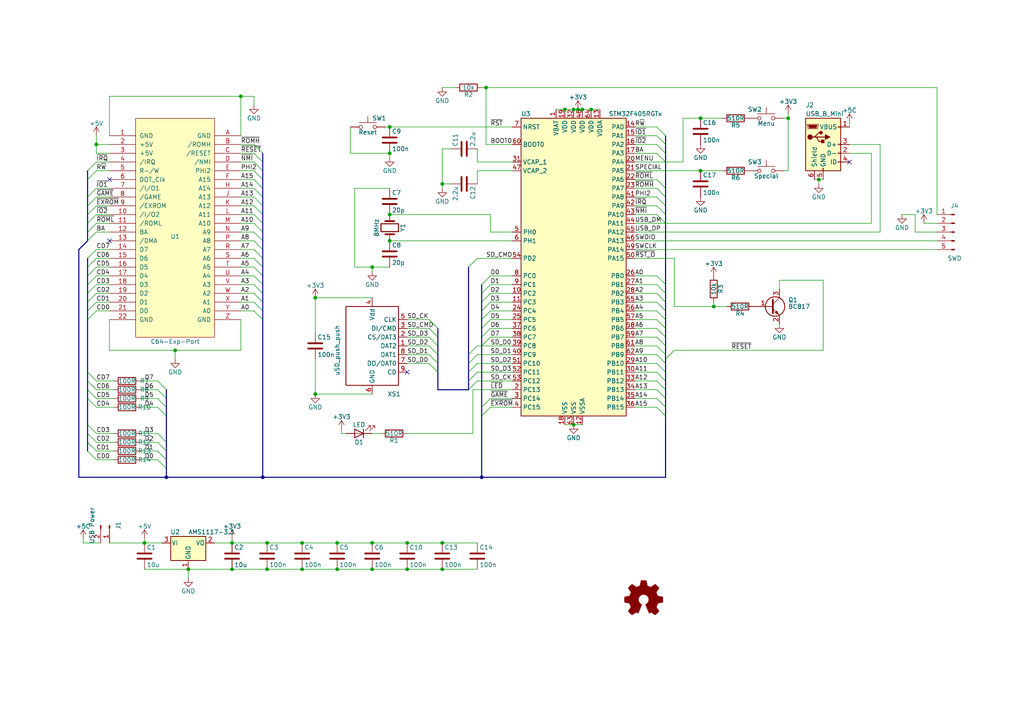
<source format=kicad_sch>
(kicad_sch (version 20211123) (generator eeschema)
  (paper "A4")
  (title_block (title "Kung Fu Flash") (date "2022-01-07") (rev "2.1") (company "open hardware"))
  (junction (at 228.6 34.29))
  (junction (at 27.94 41.91))
  (junction (at 168.91 31.75))
  (junction (at 41.91 157.48))
  (junction (at 91.44 86.36))
  (junction (at 67.31 157.48))
  (junction (at 171.45 31.75))
  (junction (at 50.8 101.6))
  (junction (at 87.63 157.48))
  (junction (at 97.79 165.1))
  (junction (at 107.95 77.47))
  (junction (at 203.2 34.29))
  (junction (at 69.85 27.94))
  (junction (at 77.47 165.1))
  (junction (at 113.03 44.45))
  (junction (at 207.01 88.9))
  (junction (at 166.37 31.75))
  (junction (at 167.64 31.75))
  (junction (at 128.27 165.1))
  (junction (at 140.97 25.4))
  (junction (at 54.61 165.1))
  (junction (at 113.03 69.85))
  (junction (at 237.49 52.07))
  (junction (at 128.27 157.48))
  (junction (at 128.27 53.34))
  (junction (at 113.03 62.23))
  (junction (at 163.83 31.75))
  (junction (at 139.7 138.43))
  (junction (at 91.44 114.3))
  (junction (at 97.79 157.48))
  (junction (at 107.95 165.1))
  (junction (at 77.47 157.48))
  (junction (at 203.2 49.53))
  (junction (at 67.31 165.1))
  (junction (at 87.63 165.1))
  (junction (at 76.2 138.43))
  (junction (at 118.11 165.1))
  (junction (at 107.95 157.48))
  (junction (at 166.37 123.19))
  (junction (at 113.03 36.83))
  (junction (at 118.11 157.48))
  (junction (at 48.26 138.43))
  (no_connect (at 31.75 52.07))
  (no_connect (at 118.11 107.95))
  (no_connect (at 31.75 69.85))
  (no_connect (at 246.38 46.99))
  (bus_entry (at 25.4 80.01) (size 2.54 -2.54))
  (bus_entry (at 73.66 46.99) (size 2.54 2.54))
  (bus_entry (at 73.66 72.39) (size 2.54 2.54))
  (bus_entry (at 73.66 44.45) (size 2.54 2.54))
  (bus_entry (at 45.72 115.57) (size 2.54 2.54))
  (bus_entry (at 190.5 36.83) (size 2.54 2.54))
  (bus_entry (at 135.89 105.41) (size 2.54 -2.54))
  (bus_entry (at 190.5 85.09) (size 2.54 2.54))
  (bus_entry (at 45.72 113.03) (size 2.54 2.54))
  (bus_entry (at 190.5 59.69) (size 2.54 2.54))
  (bus_entry (at 193.04 104.14) (size 2.54 -2.54))
  (bus_entry (at 25.4 113.03) (size 2.54 2.54))
  (bus_entry (at 73.66 62.23) (size 2.54 2.54))
  (bus_entry (at 190.5 90.17) (size 2.54 2.54))
  (bus_entry (at 25.4 85.09) (size 2.54 -2.54))
  (bus_entry (at 190.5 115.57) (size 2.54 2.54))
  (bus_entry (at 73.66 52.07) (size 2.54 2.54))
  (bus_entry (at 25.4 74.93) (size 2.54 -2.54))
  (bus_entry (at 190.5 97.79) (size 2.54 2.54))
  (bus_entry (at 139.7 82.55) (size 2.54 -2.54))
  (bus_entry (at 190.5 41.91) (size 2.54 2.54))
  (bus_entry (at 190.5 118.11) (size 2.54 2.54))
  (bus_entry (at 139.7 100.33) (size 2.54 -2.54))
  (bus_entry (at 190.5 113.03) (size 2.54 2.54))
  (bus_entry (at 25.4 49.53) (size 2.54 -2.54))
  (bus_entry (at 190.5 82.55) (size 2.54 2.54))
  (bus_entry (at 190.5 105.41) (size 2.54 2.54))
  (bus_entry (at 45.72 110.49) (size 2.54 2.54))
  (bus_entry (at 124.46 100.33) (size 2.54 2.54))
  (bus_entry (at 135.89 110.49) (size 2.54 -2.54))
  (bus_entry (at 25.4 110.49) (size 2.54 2.54))
  (bus_entry (at 25.4 123.19) (size 2.54 2.54))
  (bus_entry (at 73.66 82.55) (size 2.54 2.54))
  (bus_entry (at 73.66 85.09) (size 2.54 2.54))
  (bus_entry (at 73.66 67.31) (size 2.54 2.54))
  (bus_entry (at 25.4 90.17) (size 2.54 -2.54))
  (bus_entry (at 73.66 74.93) (size 2.54 2.54))
  (bus_entry (at 190.5 54.61) (size 2.54 2.54))
  (bus_entry (at 25.4 92.71) (size 2.54 -2.54))
  (bus_entry (at 190.5 62.23) (size 2.54 2.54))
  (bus_entry (at 45.72 130.81) (size 2.54 2.54))
  (bus_entry (at 190.5 92.71) (size 2.54 2.54))
  (bus_entry (at 124.46 97.79) (size 2.54 2.54))
  (bus_entry (at 25.4 57.15) (size 2.54 -2.54))
  (bus_entry (at 139.7 92.71) (size 2.54 -2.54))
  (bus_entry (at 73.66 90.17) (size 2.54 2.54))
  (bus_entry (at 139.7 85.09) (size 2.54 -2.54))
  (bus_entry (at 25.4 77.47) (size 2.54 -2.54))
  (bus_entry (at 190.5 110.49) (size 2.54 2.54))
  (bus_entry (at 124.46 105.41) (size 2.54 2.54))
  (bus_entry (at 135.89 113.03) (size 2.54 -2.54))
  (bus_entry (at 190.5 95.25) (size 2.54 2.54))
  (bus_entry (at 190.5 57.15) (size 2.54 2.54))
  (bus_entry (at 45.72 118.11) (size 2.54 2.54))
  (bus_entry (at 190.5 80.01) (size 2.54 2.54))
  (bus_entry (at 73.66 77.47) (size 2.54 2.54))
  (bus_entry (at 139.7 97.79) (size 2.54 -2.54))
  (bus_entry (at 25.4 52.07) (size 2.54 -2.54))
  (bus_entry (at 190.5 100.33) (size 2.54 2.54))
  (bus_entry (at 25.4 115.57) (size 2.54 2.54))
  (bus_entry (at 25.4 130.81) (size 2.54 2.54))
  (bus_entry (at 124.46 102.87) (size 2.54 2.54))
  (bus_entry (at 73.66 59.69) (size 2.54 2.54))
  (bus_entry (at 25.4 59.69) (size 2.54 -2.54))
  (bus_entry (at 25.4 107.95) (size 2.54 2.54))
  (bus_entry (at 25.4 67.31) (size 2.54 -2.54))
  (bus_entry (at 25.4 69.85) (size 2.54 -2.54))
  (bus_entry (at 73.66 54.61) (size 2.54 2.54))
  (bus_entry (at 73.66 57.15) (size 2.54 2.54))
  (bus_entry (at 190.5 107.95) (size 2.54 2.54))
  (bus_entry (at 139.7 118.11) (size 2.54 -2.54))
  (bus_entry (at 25.4 82.55) (size 2.54 -2.54))
  (bus_entry (at 135.89 107.95) (size 2.54 -2.54))
  (bus_entry (at 190.5 39.37) (size 2.54 2.54))
  (bus_entry (at 73.66 87.63) (size 2.54 2.54))
  (bus_entry (at 73.66 49.53) (size 2.54 2.54))
  (bus_entry (at 190.5 102.87) (size 2.54 2.54))
  (bus_entry (at 190.5 44.45) (size 2.54 2.54))
  (bus_entry (at 73.66 41.91) (size 2.54 2.54))
  (bus_entry (at 25.4 125.73) (size 2.54 2.54))
  (bus_entry (at 45.72 125.73) (size 2.54 2.54))
  (bus_entry (at 190.5 52.07) (size 2.54 2.54))
  (bus_entry (at 45.72 128.27) (size 2.54 2.54))
  (bus_entry (at 45.72 133.35) (size 2.54 2.54))
  (bus_entry (at 135.89 102.87) (size 2.54 -2.54))
  (bus_entry (at 25.4 87.63) (size 2.54 -2.54))
  (bus_entry (at 73.66 80.01) (size 2.54 2.54))
  (bus_entry (at 25.4 62.23) (size 2.54 -2.54))
  (bus_entry (at 124.46 92.71) (size 2.54 2.54))
  (bus_entry (at 139.7 87.63) (size 2.54 -2.54))
  (bus_entry (at 135.89 77.47) (size 2.54 -2.54))
  (bus_entry (at 25.4 64.77) (size 2.54 -2.54))
  (bus_entry (at 124.46 95.25) (size 2.54 2.54))
  (bus_entry (at 73.66 69.85) (size 2.54 2.54))
  (bus_entry (at 73.66 64.77) (size 2.54 2.54))
  (bus_entry (at 190.5 87.63) (size 2.54 2.54))
  (bus_entry (at 25.4 128.27) (size 2.54 2.54))
  (bus_entry (at 139.7 95.25) (size 2.54 -2.54))
  (bus_entry (at 139.7 120.65) (size 2.54 -2.54))
  (bus_entry (at 139.7 90.17) (size 2.54 -2.54))
  (bus (pts (xy 25.4 49.53) (xy 25.4 52.07)))
  (wire (pts (xy 184.15 100.33) (xy 190.5 100.33)))
  (wire (pts (xy 69.85 57.15) (xy 73.66 57.15)))
  (bus (pts (xy 76.2 57.15) (xy 76.2 59.69)))
  (wire (pts (xy 195.58 74.93) (xy 195.58 88.9)))
  (wire (pts (xy 77.47 165.1) (xy 87.63 165.1)))
  (wire (pts (xy 27.94 90.17) (xy 31.75 90.17)))
  (wire (pts (xy 195.58 101.6) (xy 238.76 101.6)))
  (wire (pts (xy 184.15 92.71) (xy 190.5 92.71)))
  (wire (pts (xy 138.43 46.99) (xy 148.59 46.99)))
  (bus (pts (xy 25.4 128.27) (xy 25.4 130.81)))
  (bus (pts (xy 193.04 100.33) (xy 193.04 102.87)))
  (wire (pts (xy 67.31 165.1) (xy 77.47 165.1)))
  (wire (pts (xy 124.46 95.25) (xy 118.11 95.25)))
  (bus (pts (xy 193.04 107.95) (xy 193.04 110.49)))
  (wire (pts (xy 148.59 113.03) (xy 137.16 113.03)))
  (wire (pts (xy 27.94 46.99) (xy 31.75 46.99)))
  (wire (pts (xy 142.24 82.55) (xy 148.59 82.55)))
  (wire (pts (xy 261.62 62.23) (xy 265.43 62.23)))
  (wire (pts (xy 27.94 62.23) (xy 31.75 62.23)))
  (wire (pts (xy 101.6 44.45) (xy 113.03 44.45)))
  (wire (pts (xy 184.15 113.03) (xy 190.5 113.03)))
  (wire (pts (xy 50.8 104.14) (xy 50.8 101.6)))
  (bus (pts (xy 139.7 82.55) (xy 139.7 85.09)))
  (wire (pts (xy 166.37 123.19) (xy 168.91 123.19)))
  (wire (pts (xy 142.24 80.01) (xy 148.59 80.01)))
  (bus (pts (xy 76.2 80.01) (xy 76.2 82.55)))
  (wire (pts (xy 142.24 95.25) (xy 148.59 95.25)))
  (wire (pts (xy 73.66 49.53) (xy 69.85 49.53)))
  (wire (pts (xy 101.6 36.83) (xy 101.6 44.45)))
  (wire (pts (xy 31.75 44.45) (xy 27.94 44.45)))
  (wire (pts (xy 31.75 101.6) (xy 50.8 101.6)))
  (bus (pts (xy 48.26 130.81) (xy 48.26 133.35)))
  (bus (pts (xy 25.4 115.57) (xy 25.4 123.19)))
  (wire (pts (xy 173.99 31.75) (xy 171.45 31.75)))
  (bus (pts (xy 193.04 92.71) (xy 193.04 95.25)))
  (bus (pts (xy 139.7 97.79) (xy 139.7 100.33)))
  (wire (pts (xy 184.15 95.25) (xy 190.5 95.25)))
  (wire (pts (xy 27.94 118.11) (xy 33.02 118.11)))
  (wire (pts (xy 27.94 64.77) (xy 31.75 64.77)))
  (wire (pts (xy 40.64 130.81) (xy 45.72 130.81)))
  (wire (pts (xy 184.15 64.77) (xy 193.04 64.77)))
  (wire (pts (xy 184.15 74.93) (xy 195.58 74.93)))
  (bus (pts (xy 139.7 120.65) (xy 139.7 138.43)))
  (wire (pts (xy 27.94 72.39) (xy 31.75 72.39)))
  (wire (pts (xy 69.85 46.99) (xy 73.66 46.99)))
  (bus (pts (xy 48.26 135.89) (xy 48.26 138.43)))
  (wire (pts (xy 69.85 27.94) (xy 69.85 39.37)))
  (bus (pts (xy 25.4 74.93) (xy 25.4 77.47)))
  (wire (pts (xy 118.11 157.48) (xy 107.95 157.48)))
  (wire (pts (xy 54.61 165.1) (xy 67.31 165.1)))
  (bus (pts (xy 25.4 82.55) (xy 25.4 85.09)))
  (bus (pts (xy 193.04 110.49) (xy 193.04 113.03)))
  (wire (pts (xy 40.64 115.57) (xy 45.72 115.57)))
  (wire (pts (xy 107.95 77.47) (xy 107.95 78.74)))
  (wire (pts (xy 107.95 86.36) (xy 91.44 86.36)))
  (bus (pts (xy 76.2 44.45) (xy 76.2 46.99)))
  (wire (pts (xy 113.03 69.85) (xy 148.59 69.85)))
  (wire (pts (xy 228.6 34.29) (xy 228.6 49.53)))
  (wire (pts (xy 184.15 110.49) (xy 190.5 110.49)))
  (wire (pts (xy 184.15 87.63) (xy 190.5 87.63)))
  (wire (pts (xy 73.66 90.17) (xy 69.85 90.17)))
  (bus (pts (xy 48.26 115.57) (xy 48.26 118.11)))
  (wire (pts (xy 139.7 100.33) (xy 148.59 100.33)))
  (bus (pts (xy 193.04 59.69) (xy 193.04 62.23)))
  (bus (pts (xy 193.04 82.55) (xy 193.04 85.09)))
  (wire (pts (xy 207.01 87.63) (xy 207.01 88.9)))
  (bus (pts (xy 193.04 44.45) (xy 193.04 46.99)))
  (wire (pts (xy 87.63 165.1) (xy 97.79 165.1)))
  (bus (pts (xy 48.26 133.35) (xy 48.26 135.89)))
  (wire (pts (xy 128.27 43.18) (xy 128.27 53.34)))
  (bus (pts (xy 25.4 59.69) (xy 25.4 62.23)))
  (bus (pts (xy 76.2 49.53) (xy 76.2 52.07)))
  (bus (pts (xy 193.04 115.57) (xy 193.04 118.11)))
  (wire (pts (xy 140.97 41.91) (xy 140.97 25.4)))
  (bus (pts (xy 25.4 80.01) (xy 25.4 82.55)))
  (bus (pts (xy 48.26 138.43) (xy 76.2 138.43)))
  (wire (pts (xy 148.59 49.53) (xy 138.43 49.53)))
  (wire (pts (xy 142.24 90.17) (xy 148.59 90.17)))
  (wire (pts (xy 46.99 157.48) (xy 41.91 157.48)))
  (wire (pts (xy 69.85 62.23) (xy 73.66 62.23)))
  (wire (pts (xy 142.24 67.31) (xy 148.59 67.31)))
  (wire (pts (xy 69.85 52.07) (xy 73.66 52.07)))
  (wire (pts (xy 184.15 46.99) (xy 193.04 46.99)))
  (bus (pts (xy 25.4 123.19) (xy 25.4 125.73)))
  (bus (pts (xy 127 102.87) (xy 127 105.41)))
  (wire (pts (xy 193.04 46.99) (xy 198.12 46.99)))
  (wire (pts (xy 184.15 39.37) (xy 190.5 39.37)))
  (wire (pts (xy 97.79 165.1) (xy 107.95 165.1)))
  (bus (pts (xy 139.7 92.71) (xy 139.7 95.25)))
  (wire (pts (xy 142.24 115.57) (xy 148.59 115.57)))
  (bus (pts (xy 193.04 57.15) (xy 193.04 59.69)))
  (bus (pts (xy 193.04 39.37) (xy 193.04 41.91)))
  (wire (pts (xy 118.11 125.73) (xy 137.16 125.73)))
  (bus (pts (xy 25.4 90.17) (xy 25.4 92.71)))
  (wire (pts (xy 111.76 36.83) (xy 113.03 36.83)))
  (bus (pts (xy 76.2 72.39) (xy 76.2 74.93)))
  (wire (pts (xy 118.11 165.1) (xy 128.27 165.1)))
  (bus (pts (xy 193.04 120.65) (xy 193.04 138.43)))
  (wire (pts (xy 184.15 82.55) (xy 190.5 82.55)))
  (bus (pts (xy 48.26 128.27) (xy 48.26 130.81)))
  (bus (pts (xy 135.89 113.03) (xy 127 113.03)))
  (wire (pts (xy 128.27 157.48) (xy 118.11 157.48)))
  (wire (pts (xy 138.43 100.33) (xy 139.7 100.33)))
  (wire (pts (xy 102.87 54.61) (xy 102.87 77.47)))
  (wire (pts (xy 27.94 54.61) (xy 31.75 54.61)))
  (wire (pts (xy 102.87 77.47) (xy 107.95 77.47)))
  (wire (pts (xy 27.94 67.31) (xy 31.75 67.31)))
  (wire (pts (xy 203.2 49.53) (xy 209.55 49.53)))
  (wire (pts (xy 40.64 125.73) (xy 45.72 125.73)))
  (bus (pts (xy 25.4 62.23) (xy 25.4 64.77)))
  (wire (pts (xy 73.66 44.45) (xy 69.85 44.45)))
  (wire (pts (xy 255.27 41.91) (xy 255.27 67.31)))
  (wire (pts (xy 27.94 39.37) (xy 27.94 41.91)))
  (wire (pts (xy 27.94 133.35) (xy 33.02 133.35)))
  (bus (pts (xy 139.7 100.33) (xy 139.7 118.11)))
  (wire (pts (xy 237.49 52.07) (xy 238.76 52.07)))
  (bus (pts (xy 193.04 64.77) (xy 193.04 82.55)))
  (wire (pts (xy 40.64 133.35) (xy 45.72 133.35)))
  (bus (pts (xy 76.2 85.09) (xy 76.2 87.63)))
  (wire (pts (xy 184.15 54.61) (xy 190.5 54.61)))
  (wire (pts (xy 184.15 80.01) (xy 190.5 80.01)))
  (wire (pts (xy 27.94 113.03) (xy 33.02 113.03)))
  (wire (pts (xy 142.24 62.23) (xy 142.24 67.31)))
  (wire (pts (xy 27.94 41.91) (xy 31.75 41.91)))
  (wire (pts (xy 73.66 27.94) (xy 73.66 30.48)))
  (bus (pts (xy 25.4 57.15) (xy 25.4 59.69)))
  (wire (pts (xy 184.15 102.87) (xy 190.5 102.87)))
  (wire (pts (xy 27.94 110.49) (xy 33.02 110.49)))
  (wire (pts (xy 163.83 123.19) (xy 166.37 123.19)))
  (wire (pts (xy 31.75 92.71) (xy 31.75 101.6)))
  (bus (pts (xy 25.4 87.63) (xy 25.4 90.17)))
  (wire (pts (xy 73.66 69.85) (xy 69.85 69.85)))
  (bus (pts (xy 127 107.95) (xy 127 113.03)))
  (wire (pts (xy 184.15 57.15) (xy 190.5 57.15)))
  (wire (pts (xy 142.24 97.79) (xy 148.59 97.79)))
  (wire (pts (xy 184.15 115.57) (xy 190.5 115.57)))
  (wire (pts (xy 184.15 44.45) (xy 190.5 44.45)))
  (wire (pts (xy 73.66 74.93) (xy 69.85 74.93)))
  (wire (pts (xy 73.66 27.94) (xy 69.85 27.94)))
  (wire (pts (xy 246.38 36.83) (xy 246.38 35.56)))
  (wire (pts (xy 27.94 49.53) (xy 31.75 49.53)))
  (bus (pts (xy 76.2 54.61) (xy 76.2 57.15)))
  (wire (pts (xy 138.43 107.95) (xy 148.59 107.95)))
  (wire (pts (xy 27.94 74.93) (xy 31.75 74.93)))
  (wire (pts (xy 73.66 59.69) (xy 69.85 59.69)))
  (wire (pts (xy 128.27 53.34) (xy 130.81 53.34)))
  (wire (pts (xy 118.11 102.87) (xy 124.46 102.87)))
  (wire (pts (xy 207.01 88.9) (xy 210.82 88.9)))
  (wire (pts (xy 198.12 34.29) (xy 203.2 34.29)))
  (wire (pts (xy 41.91 165.1) (xy 54.61 165.1)))
  (wire (pts (xy 118.11 97.79) (xy 124.46 97.79)))
  (wire (pts (xy 184.15 72.39) (xy 271.78 72.39)))
  (bus (pts (xy 25.4 52.07) (xy 25.4 57.15)))
  (wire (pts (xy 184.15 105.41) (xy 190.5 105.41)))
  (wire (pts (xy 27.94 80.01) (xy 31.75 80.01)))
  (wire (pts (xy 238.76 81.28) (xy 226.06 81.28)))
  (bus (pts (xy 76.2 82.55) (xy 76.2 85.09)))
  (wire (pts (xy 99.06 125.73) (xy 100.33 125.73)))
  (wire (pts (xy 138.43 110.49) (xy 148.59 110.49)))
  (wire (pts (xy 184.15 85.09) (xy 190.5 85.09)))
  (bus (pts (xy 76.2 87.63) (xy 76.2 90.17)))
  (wire (pts (xy 138.43 74.93) (xy 148.59 74.93)))
  (bus (pts (xy 25.4 125.73) (xy 25.4 128.27)))
  (wire (pts (xy 27.94 125.73) (xy 33.02 125.73)))
  (bus (pts (xy 76.2 52.07) (xy 76.2 54.61)))
  (wire (pts (xy 77.47 157.48) (xy 67.31 157.48)))
  (wire (pts (xy 168.91 31.75) (xy 167.64 31.75)))
  (bus (pts (xy 25.4 64.77) (xy 25.4 67.31)))
  (wire (pts (xy 236.22 52.07) (xy 237.49 52.07)))
  (wire (pts (xy 228.6 33.02) (xy 228.6 34.29)))
  (bus (pts (xy 76.2 74.93) (xy 76.2 77.47)))
  (wire (pts (xy 91.44 104.14) (xy 91.44 114.3)))
  (wire (pts (xy 97.79 157.48) (xy 87.63 157.48)))
  (wire (pts (xy 184.15 107.95) (xy 190.5 107.95)))
  (wire (pts (xy 50.8 101.6) (xy 69.85 101.6)))
  (bus (pts (xy 48.26 120.65) (xy 48.26 128.27)))
  (bus (pts (xy 135.89 102.87) (xy 135.89 105.41)))
  (wire (pts (xy 69.85 41.91) (xy 73.66 41.91)))
  (bus (pts (xy 193.04 105.41) (xy 193.04 107.95)))
  (wire (pts (xy 128.27 53.34) (xy 128.27 54.61)))
  (wire (pts (xy 113.03 62.23) (xy 142.24 62.23)))
  (wire (pts (xy 246.38 41.91) (xy 255.27 41.91)))
  (wire (pts (xy 27.94 115.57) (xy 33.02 115.57)))
  (bus (pts (xy 139.7 87.63) (xy 139.7 90.17)))
  (wire (pts (xy 138.43 157.48) (xy 128.27 157.48)))
  (wire (pts (xy 184.15 41.91) (xy 190.5 41.91)))
  (wire (pts (xy 237.49 53.34) (xy 237.49 52.07)))
  (wire (pts (xy 163.83 31.75) (xy 161.29 31.75)))
  (wire (pts (xy 40.64 113.03) (xy 45.72 113.03)))
  (wire (pts (xy 184.15 90.17) (xy 190.5 90.17)))
  (bus (pts (xy 135.89 110.49) (xy 135.89 113.03)))
  (wire (pts (xy 40.64 118.11) (xy 45.72 118.11)))
  (wire (pts (xy 140.97 41.91) (xy 148.59 41.91)))
  (wire (pts (xy 27.94 130.81) (xy 33.02 130.81)))
  (wire (pts (xy 138.43 43.18) (xy 138.43 46.99)))
  (bus (pts (xy 193.04 118.11) (xy 193.04 120.65)))
  (wire (pts (xy 41.91 156.21) (xy 41.91 157.48)))
  (wire (pts (xy 113.03 44.45) (xy 113.03 45.72)))
  (wire (pts (xy 265.43 67.31) (xy 271.78 67.31)))
  (bus (pts (xy 193.04 87.63) (xy 193.04 90.17)))
  (wire (pts (xy 184.15 52.07) (xy 190.5 52.07)))
  (wire (pts (xy 69.85 87.63) (xy 73.66 87.63)))
  (wire (pts (xy 138.43 105.41) (xy 148.59 105.41)))
  (bus (pts (xy 25.4 107.95) (xy 25.4 110.49)))
  (wire (pts (xy 128.27 25.4) (xy 132.08 25.4)))
  (bus (pts (xy 127 97.79) (xy 127 100.33)))
  (bus (pts (xy 22.86 72.39) (xy 25.4 69.85)))
  (bus (pts (xy 139.7 85.09) (xy 139.7 87.63)))
  (wire (pts (xy 128.27 165.1) (xy 138.43 165.1)))
  (bus (pts (xy 193.04 62.23) (xy 193.04 64.77)))
  (wire (pts (xy 166.37 31.75) (xy 163.83 31.75)))
  (bus (pts (xy 193.04 90.17) (xy 193.04 92.71)))
  (wire (pts (xy 142.24 85.09) (xy 148.59 85.09)))
  (wire (pts (xy 91.44 114.3) (xy 107.95 114.3)))
  (bus (pts (xy 25.4 85.09) (xy 25.4 87.63)))
  (wire (pts (xy 40.64 128.27) (xy 45.72 128.27)))
  (wire (pts (xy 198.12 34.29) (xy 198.12 46.99)))
  (bus (pts (xy 139.7 95.25) (xy 139.7 97.79)))
  (wire (pts (xy 226.06 81.28) (xy 226.06 83.82)))
  (bus (pts (xy 25.4 110.49) (xy 25.4 113.03)))
  (wire (pts (xy 184.15 97.79) (xy 190.5 97.79)))
  (wire (pts (xy 171.45 31.75) (xy 168.91 31.75)))
  (wire (pts (xy 69.85 82.55) (xy 73.66 82.55)))
  (wire (pts (xy 184.15 67.31) (xy 255.27 67.31)))
  (wire (pts (xy 24.13 157.48) (xy 29.21 157.48)))
  (bus (pts (xy 76.2 59.69) (xy 76.2 62.23)))
  (wire (pts (xy 27.94 44.45) (xy 27.94 41.91)))
  (wire (pts (xy 267.97 64.77) (xy 271.78 64.77)))
  (wire (pts (xy 227.33 34.29) (xy 228.6 34.29)))
  (bus (pts (xy 193.04 46.99) (xy 193.04 54.61)))
  (wire (pts (xy 27.94 77.47) (xy 31.75 77.47)))
  (wire (pts (xy 73.66 80.01) (xy 69.85 80.01)))
  (wire (pts (xy 107.95 165.1) (xy 118.11 165.1)))
  (wire (pts (xy 27.94 87.63) (xy 31.75 87.63)))
  (wire (pts (xy 142.24 87.63) (xy 148.59 87.63)))
  (wire (pts (xy 62.23 157.48) (xy 67.31 157.48)))
  (wire (pts (xy 113.03 36.83) (xy 148.59 36.83)))
  (bus (pts (xy 76.2 64.77) (xy 76.2 67.31)))
  (wire (pts (xy 107.95 77.47) (xy 113.03 77.47)))
  (bus (pts (xy 76.2 77.47) (xy 76.2 80.01)))
  (bus (pts (xy 193.04 85.09) (xy 193.04 87.63)))
  (bus (pts (xy 22.86 138.43) (xy 48.26 138.43)))
  (wire (pts (xy 73.66 64.77) (xy 69.85 64.77)))
  (wire (pts (xy 184.15 59.69) (xy 190.5 59.69)))
  (bus (pts (xy 76.2 90.17) (xy 76.2 92.71)))
  (bus (pts (xy 76.2 138.43) (xy 139.7 138.43)))
  (wire (pts (xy 27.94 82.55) (xy 31.75 82.55)))
  (bus (pts (xy 48.26 113.03) (xy 48.26 115.57)))
  (bus (pts (xy 76.2 67.31) (xy 76.2 69.85)))
  (wire (pts (xy 238.76 101.6) (xy 238.76 81.28)))
  (wire (pts (xy 252.73 44.45) (xy 246.38 44.45)))
  (wire (pts (xy 24.13 156.21) (xy 24.13 157.48)))
  (bus (pts (xy 193.04 104.14) (xy 193.04 105.41)))
  (wire (pts (xy 31.75 39.37) (xy 31.75 27.94)))
  (wire (pts (xy 130.81 43.18) (xy 128.27 43.18)))
  (wire (pts (xy 67.31 157.48) (xy 67.31 156.21)))
  (bus (pts (xy 127 95.25) (xy 127 97.79)))
  (wire (pts (xy 184.15 36.83) (xy 190.5 36.83)))
  (wire (pts (xy 142.24 118.11) (xy 148.59 118.11)))
  (wire (pts (xy 252.73 64.77) (xy 252.73 44.45)))
  (wire (pts (xy 99.06 124.46) (xy 99.06 125.73)))
  (wire (pts (xy 137.16 125.73) (xy 137.16 113.03)))
  (bus (pts (xy 139.7 138.43) (xy 193.04 138.43)))
  (wire (pts (xy 27.94 59.69) (xy 31.75 59.69)))
  (wire (pts (xy 31.75 27.94) (xy 69.85 27.94)))
  (bus (pts (xy 193.04 113.03) (xy 193.04 115.57)))
  (wire (pts (xy 139.7 25.4) (xy 140.97 25.4)))
  (wire (pts (xy 184.15 62.23) (xy 190.5 62.23)))
  (wire (pts (xy 69.85 77.47) (xy 73.66 77.47)))
  (wire (pts (xy 31.75 157.48) (xy 41.91 157.48)))
  (bus (pts (xy 25.4 77.47) (xy 25.4 80.01)))
  (bus (pts (xy 139.7 90.17) (xy 139.7 92.71)))
  (bus (pts (xy 76.2 92.71) (xy 76.2 138.43)))
  (bus (pts (xy 127 100.33) (xy 127 102.87)))
  (wire (pts (xy 27.94 128.27) (xy 33.02 128.27)))
  (bus (pts (xy 76.2 46.99) (xy 76.2 49.53)))
  (wire (pts (xy 184.15 118.11) (xy 190.5 118.11)))
  (bus (pts (xy 135.89 77.47) (xy 135.89 102.87)))
  (wire (pts (xy 167.64 31.75) (xy 166.37 31.75)))
  (wire (pts (xy 124.46 105.41) (xy 118.11 105.41)))
  (bus (pts (xy 25.4 67.31) (xy 25.4 69.85)))
  (wire (pts (xy 184.15 69.85) (xy 271.78 69.85)))
  (wire (pts (xy 184.15 49.53) (xy 203.2 49.53)))
  (wire (pts (xy 113.03 54.61) (xy 102.87 54.61)))
  (wire (pts (xy 138.43 49.53) (xy 138.43 53.34)))
  (wire (pts (xy 40.64 110.49) (xy 45.72 110.49)))
  (wire (pts (xy 124.46 100.33) (xy 118.11 100.33)))
  (wire (pts (xy 27.94 57.15) (xy 31.75 57.15)))
  (wire (pts (xy 69.85 101.6) (xy 69.85 92.71)))
  (wire (pts (xy 69.85 72.39) (xy 73.66 72.39)))
  (wire (pts (xy 138.43 102.87) (xy 148.59 102.87)))
  (bus (pts (xy 25.4 92.71) (xy 25.4 107.95)))
  (wire (pts (xy 87.63 157.48) (xy 77.47 157.48)))
  (wire (pts (xy 265.43 62.23) (xy 265.43 67.31)))
  (wire (pts (xy 73.66 85.09) (xy 69.85 85.09)))
  (bus (pts (xy 193.04 54.61) (xy 193.04 57.15)))
  (wire (pts (xy 54.61 165.1) (xy 54.61 167.64)))
  (bus (pts (xy 25.4 113.03) (xy 25.4 115.57)))
  (bus (pts (xy 76.2 62.23) (xy 76.2 64.77)))
  (wire (pts (xy 271.78 25.4) (xy 271.78 62.23)))
  (bus (pts (xy 193.04 41.91) (xy 193.04 44.45)))
  (bus (pts (xy 22.86 72.39) (xy 22.86 138.43)))
  (wire (pts (xy 203.2 34.29) (xy 209.55 34.29)))
  (wire (pts (xy 118.11 92.71) (xy 124.46 92.71)))
  (wire (pts (xy 142.24 92.71) (xy 148.59 92.71)))
  (bus (pts (xy 193.04 97.79) (xy 193.04 100.33)))
  (wire (pts (xy 107.95 125.73) (xy 110.49 125.73)))
  (bus (pts (xy 139.7 118.11) (xy 139.7 120.65)))
  (bus (pts (xy 48.26 118.11) (xy 48.26 120.65)))
  (bus (pts (xy 76.2 69.85) (xy 76.2 72.39)))
  (wire (pts (xy 27.94 85.09) (xy 31.75 85.09)))
  (wire (pts (xy 195.58 88.9) (xy 207.01 88.9)))
  (wire (pts (xy 69.85 67.31) (xy 73.66 67.31)))
  (bus (pts (xy 127 105.41) (xy 127 107.95)))
  (wire (pts (xy 107.95 157.48) (xy 97.79 157.48)))
  (wire (pts (xy 73.66 54.61) (xy 69.85 54.61)))
  (wire (pts (xy 228.6 49.53) (xy 227.33 49.53)))
  (bus (pts (xy 135.89 105.41) (xy 135.89 107.95)))
  (bus (pts (xy 193.04 95.25) (xy 193.04 97.79)))
  (wire (pts (xy 91.44 86.36) (xy 91.44 96.52)))
  (wire (pts (xy 140.97 25.4) (xy 271.78 25.4)))
  (bus (pts (xy 193.04 102.87) (xy 193.04 104.14)))
  (wire (pts (xy 193.04 64.77) (xy 252.73 64.77)))
  (bus (pts (xy 135.89 107.95) (xy 135.89 110.49)))
  (label "A10" (at 69.85 64.77 0))
  (label "A11" (at 69.85 62.23 0))
  (label "A14" (at 69.85 54.61 0))
  (label "CD3" (at 27.94 82.55 0))
  (label "A11" (at 184.15 107.95 0))
  (label "~{IRQ}" (at 184.15 59.69 0))
  (label "CD4" (at 27.94 80.01 0))
  (label "A5" (at 184.15 92.71 0))
  (label "~{IO1}" (at 27.94 54.61 0))
  (label "A9" (at 184.15 102.87 0))
  (label "~{RESET}" (at 69.85 44.45 0))
  (label "A10" (at 184.15 105.41 0))
  (label "~{LED}" (at 142.24 113.03 0))
  (label "D1" (at 142.24 82.55 0))
  (label "A9" (at 69.85 67.31 0))
  (label "CD3" (at 27.94 125.73 0))
  (label "A2" (at 184.15 85.09 0))
  (label "SD_D1" (at 118.11 102.87 0))
  (label "D2" (at 142.24 85.09 0))
  (label "D6" (at 142.24 95.25 0))
  (label "D3" (at 41.91 125.73 0))
  (label "D1" (at 41.91 130.81 0))
  (label "D5" (at 142.24 92.71 0))
  (label "A8" (at 184.15 100.33 0))
  (label "A12" (at 184.15 110.49 0))
  (label "~{RST_O}" (at 184.15 74.93 0))
  (label "SD_CMD" (at 118.11 95.25 0))
  (label "CD5" (at 27.94 77.47 0))
  (label "A15" (at 69.85 52.07 0))
  (label "~{ROMH}" (at 184.15 54.61 0))
  (label "SD_D2" (at 142.24 105.41 0))
  (label "A1" (at 69.85 87.63 0))
  (label "~{IRQ}" (at 27.94 46.99 0))
  (label "A7" (at 69.85 72.39 0))
  (label "A2" (at 69.85 85.09 0))
  (label "A6" (at 69.85 74.93 0))
  (label "D4" (at 142.24 90.17 0))
  (label "A1" (at 184.15 82.55 0))
  (label "SD_CK" (at 118.11 92.71 0))
  (label "SD_D3" (at 118.11 97.79 0))
  (label "A3" (at 184.15 87.63 0))
  (label "MENU" (at 184.15 46.99 0))
  (label "~{ROMH}" (at 69.85 41.91 0))
  (label "A6" (at 184.15 95.25 0))
  (label "CD5" (at 27.94 115.57 0))
  (label "D0" (at 142.24 80.01 0))
  (label "~{RST}" (at 142.24 36.83 0))
  (label "~{NMI}" (at 69.85 46.99 0))
  (label "CD1" (at 27.94 87.63 0))
  (label "SD_CK" (at 142.24 110.49 0))
  (label "R~{W}" (at 184.15 36.83 0))
  (label "D0" (at 41.91 133.35 0))
  (label "D6" (at 41.91 113.03 0))
  (label "CD0" (at 27.94 133.35 0))
  (label "~{IO1}" (at 184.15 39.37 0))
  (label "PHI2" (at 69.85 49.53 0))
  (label "A3" (at 69.85 82.55 0))
  (label "~{IO2}" (at 184.15 41.91 0))
  (label "~{RESET}" (at 212.09 101.6 0))
  (label "~{ROML}" (at 27.94 64.77 0))
  (label "~{GAME}" (at 27.94 57.15 0))
  (label "CD4" (at 27.94 118.11 0))
  (label "BA" (at 27.94 67.31 0))
  (label "SD_CMD" (at 140.97 74.93 0))
  (label "~{EXROM}" (at 142.24 118.11 0))
  (label "D5" (at 41.91 115.57 0))
  (label "PHI2" (at 184.15 57.15 0))
  (label "A4" (at 69.85 80.01 0))
  (label "~{EXROM}" (at 27.94 59.69 0))
  (label "A0" (at 69.85 90.17 0))
  (label "SPECIAL" (at 184.15 49.53 0))
  (label "CD7" (at 27.94 110.49 0))
  (label "A8" (at 69.85 69.85 0))
  (label "CD6" (at 27.94 74.93 0))
  (label "D2" (at 41.91 128.27 0))
  (label "A13" (at 184.15 113.03 0))
  (label "A12" (at 69.85 59.69 0))
  (label "A4" (at 184.15 90.17 0))
  (label "~{NMI}" (at 184.15 62.23 0))
  (label "SD_D0" (at 118.11 105.41 0))
  (label "~{GAME}" (at 142.24 115.57 0))
  (label "A13" (at 69.85 57.15 0))
  (label "~{IO2}" (at 27.94 62.23 0))
  (label "CD6" (at 27.94 113.03 0))
  (label "R~{W}" (at 27.94 49.53 0))
  (label "~{ROML}" (at 184.15 52.07 0))
  (label "SD_D3" (at 142.24 107.95 0))
  (label "SD_D2" (at 118.11 100.33 0))
  (label "CD1" (at 27.94 130.81 0))
  (label "SWDIO" (at 184.15 69.85 0))
  (label "BA" (at 184.15 44.45 0))
  (label "CD2" (at 27.94 85.09 0))
  (label "D7" (at 41.91 110.49 0))
  (label "A7" (at 184.15 97.79 0))
  (label "A5" (at 69.85 77.47 0))
  (label "CD0" (at 27.94 90.17 0))
  (label "USB_DM" (at 184.15 64.77 0))
  (label "SWCLK" (at 184.15 72.39 0))
  (label "SD_D1" (at 142.24 102.87 0))
  (label "SD_D0" (at 142.24 100.33 0))
  (label "D3" (at 142.24 87.63 0))
  (label "A15" (at 184.15 118.11 0))
  (label "A14" (at 184.15 115.57 0))
  (label "CD7" (at 27.94 72.39 0))
  (label "USB_DP" (at 184.15 67.31 0))
  (label "D4" (at 41.91 118.11 0))
  (label "BOOT0" (at 142.24 41.91 0))
  (label "A0" (at 184.15 80.01 0))
  (label "D7" (at 142.24 97.79 0))
  (label "CD2" (at 27.94 128.27 0))
  (symbol (lib_id "MCU_ST_STM32F4:STM32F405RGTx") (at 166.37 77.47 0) (unit 1)
    (property "Reference" "U3" (at 151.13 33.02 0) (effects (justify left)))
    (property "Value" "STM32F405RGTx" (at 176.53 33.02 0) (effects (justify left)))
    (property "Footprint" "Package_QFP:LQFP-64_10x10mm_P0.5mm" (effects hide))
    (property "Datasheet" "http://www.st.com/st-web-ui/static/active/en/resource/technical/document/datasheet/DM00037051.pdf" (effects hide))
  )
  (symbol (lib_id "KungFuFlash-rescue:C64-Exp-Port-C64-Exp-Port") (at 50.8 66.04 0) (unit 1)
    (property "Reference" "U1" (at 50.8 68.58 0))
    (property "Value" "C64-Exp-Port" (at 50.8 99.06 0))
    (property "Footprint" "mod:C64-Cart" (effects hide))
    (property "Datasheet" "DOCUMENTATION" (effects hide))
  )
  (symbol (lib_id "power:GND") (at 73.66 30.48 0) (unit 1)
    (property "Reference" "#PWR07" (effects hide))
    (property "Value" "GND" (at 73.66 34.29 0))
  )
  (symbol (lib_id "power:GND") (at 50.8 104.14 0) (unit 1)
    (property "Reference" "#PWR04" (effects hide))
    (property "Value" "GND" (at 50.8 107.95 0))
  )
  (symbol (lib_id "uSD_push-push_ebay:SD_ebay-uSD-push_push_SMD") (at 109.22 100.33 0) (unit 1)
    (property "Reference" "XS1" (at 114.3 114.3 0))
    (property "Value" "uSD_push_push" (at 97.79 101.6 90))
    (property "Footprint" "mod:Conn_uSDcard" (effects hide))
    (property "Datasheet" "_" (effects hide))
    (property "Manf#" "_" (effects hide))
    (property "Manf" "ebay" (effects hide))
  )
  (symbol (lib_id "Switch:SW_Push") (at 222.25 34.29 0) (mirror y) (unit 1)
    (property "Reference" "SW2" (at 220.98 31.75 0) (effects (justify left)))
    (property "Value" "Menu" (at 222.25 35.814 0))
    (property "Footprint" "Button_Switch_THT:SW_Tactile_SPST_Angled_PTS645Vx83-2LFS" (effects hide))
  )
  (symbol (lib_id "power:+3V3") (at 67.31 156.21 0) (unit 1)
    (property "Reference" "#PWR06" (effects hide))
    (property "Value" "+3V3" (at 67.31 152.654 0))
  )
  (symbol (lib_id "Switch:SW_Push") (at 222.25 49.53 0) (mirror y) (unit 1)
    (property "Reference" "SW3" (at 220.98 46.99 0) (effects (justify left)))
    (property "Value" "Special" (at 222.25 51.054 0))
    (property "Footprint" "Button_Switch_THT:SW_Tactile_SPST_Angled_PTS645Vx83-2LFS" (effects hide))
  )
  (symbol (lib_id "Device:R") (at 213.36 34.29 270) (unit 1)
    (property "Reference" "R5" (at 213.36 36.322 90))
    (property "Value" "510R" (at 213.36 34.29 90))
    (property "Footprint" "Resistor_SMD:R_0805_2012Metric_Pad1.20x1.40mm_HandSolder" (effects hide))
  )
  (symbol (lib_id "Device:R") (at 213.36 49.53 270) (unit 1)
    (property "Reference" "R6" (at 213.36 51.562 90))
    (property "Value" "510R" (at 213.36 49.53 90))
    (property "Footprint" "Resistor_SMD:R_0805_2012Metric_Pad1.20x1.40mm_HandSolder" (effects hide))
  )
  (symbol (lib_id "power:+3V3") (at 228.6 33.02 0) (unit 1)
    (property "Reference" "#PWR021" (effects hide))
    (property "Value" "+3V3" (at 228.6 29.464 0))
  )
  (symbol (lib_id "Device:R") (at 207.01 83.82 0) (unit 1)
    (property "Reference" "R3" (at 209.042 83.82 90))
    (property "Value" "10k" (at 207.01 83.82 90))
    (property "Footprint" "Resistor_SMD:R_0805_2012Metric_Pad1.20x1.40mm_HandSolder" (effects hide))
  )
  (symbol (lib_id "Device:R") (at 214.63 88.9 270) (unit 1)
    (property "Reference" "R4" (at 214.63 90.932 90))
    (property "Value" "510R" (at 214.63 88.9 90))
    (property "Footprint" "Resistor_SMD:R_0805_2012Metric_Pad1.20x1.40mm_HandSolder" (effects hide))
  )
  (symbol (lib_id "Transistor_BJT:BC817") (at 223.52 88.9 0) (unit 1)
    (property "Reference" "Q1" (at 228.6 86.995 0) (effects (justify left)))
    (property "Value" "BC817" (at 228.6 88.9 0) (effects (justify left)))
    (property "Footprint" "Package_TO_SOT_SMD:SOT-23" (effects hide))
    (property "Datasheet" "https://www.onsemi.com/pub/Collateral/BC818-D.pdf" (effects hide))
  )
  (symbol (lib_id "power:GND") (at 226.06 93.98 0) (unit 1)
    (property "Reference" "#PWR020" (effects hide))
    (property "Value" "GND" (at 226.06 97.79 0))
  )
  (symbol (lib_id "power:+3V3") (at 207.01 80.01 0) (unit 1)
    (property "Reference" "#PWR019" (effects hide))
    (property "Value" "+3V3" (at 207.01 76.454 0))
  )
  (symbol (lib_id "Connector:USB_B_Micro") (at 238.76 41.91 0) (unit 1)
    (property "Reference" "J2" (at 233.68 30.48 0) (effects (justify left)))
    (property "Value" "USB_B_Mini" (at 233.68 33.02 0) (effects (justify left)))
    (property "Footprint" "Connector_USB:USB_Mini-B_Wuerth_65100516121_Horizontal" (effects hide))
  )
  (symbol (lib_id "power:GND") (at 237.49 53.34 0) (unit 1)
    (property "Reference" "#PWR022" (effects hide))
    (property "Value" "GND" (at 237.49 57.15 0))
  )
  (symbol (lib_id "power:+5C") (at 246.38 35.56 0) (unit 1)
    (property "Reference" "#PWR023" (effects hide))
    (property "Value" "+5C" (at 246.38 32.004 0))
  )
  (symbol (lib_id "power:+5V") (at 27.94 39.37 0) (unit 1)
    (property "Reference" "#PWR02" (effects hide))
    (property "Value" "+5V" (at 27.94 35.814 0))
  )
  (symbol (lib_id "Device:R") (at 135.89 25.4 270) (unit 1)
    (property "Reference" "R2" (at 135.89 27.432 90))
    (property "Value" "10k" (at 135.89 25.4 90))
    (property "Footprint" "Resistor_SMD:R_0805_2012Metric_Pad1.20x1.40mm_HandSolder" (effects hide))
  )
  (symbol (lib_id "power:GND") (at 128.27 25.4 0) (unit 1)
    (property "Reference" "#PWR013" (effects hide))
    (property "Value" "GND" (at 128.27 29.21 0))
  )
  (symbol (lib_id "Device:Crystal") (at 113.03 66.04 270) (unit 1)
    (property "Reference" "Y1" (at 116.84 66.04 0))
    (property "Value" "8MHz" (at 109.22 66.04 0))
    (property "Footprint" "Crystal:Crystal_SMD_5032-2Pin_5.0x3.2mm" (effects hide))
  )
  (symbol (lib_id "Device:C") (at 113.03 58.42 0) (unit 1)
    (property "Reference" "C7" (at 113.665 55.88 0) (effects (justify left)))
    (property "Value" "20p" (at 113.665 60.96 0) (effects (justify left)))
    (property "Footprint" "Capacitor_SMD:C_0603_1608Metric_Pad1.08x0.95mm_HandSolder" (effects hide))
  )
  (symbol (lib_id "Device:C") (at 113.03 73.66 0) (unit 1)
    (property "Reference" "C8" (at 113.665 71.12 0) (effects (justify left)))
    (property "Value" "20p" (at 113.665 76.2 0) (effects (justify left)))
    (property "Footprint" "Capacitor_SMD:C_0603_1608Metric_Pad1.08x0.95mm_HandSolder" (effects hide))
  )
  (symbol (lib_id "power:GND") (at 107.95 78.74 0) (unit 1)
    (property "Reference" "#PWR011" (effects hide))
    (property "Value" "GND" (at 107.95 82.55 0))
  )
  (symbol (lib_id "Connector:Conn_01x05_Male") (at 276.86 67.31 0) (mirror y) (unit 1)
    (property "Reference" "J4" (at 276.86 59.69 0))
    (property "Value" "SWD" (at 276.86 74.93 0))
    (property "Footprint" "Connector_PinHeader_2.54mm:PinHeader_1x05_P2.54mm_Vertical" (effects hide))
  )
  (symbol (lib_id "power:+3V3") (at 267.97 64.77 0) (unit 1)
    (property "Reference" "#PWR025" (effects hide))
    (property "Value" "+3V3" (at 267.97 61.214 0))
  )
  (symbol (lib_id "power:GND") (at 261.62 62.23 0) (unit 1)
    (property "Reference" "#PWR024" (effects hide))
    (property "Value" "GND" (at 261.62 66.04 0))
  )
  (symbol (lib_id "Device:R") (at 114.3 125.73 270) (unit 1)
    (property "Reference" "R1" (at 114.3 127.762 90))
    (property "Value" "510R" (at 114.3 125.73 90))
    (property "Footprint" "Resistor_SMD:R_0805_2012Metric_Pad1.20x1.40mm_HandSolder" (effects hide))
  )
  (symbol (lib_id "Device:LED") (at 104.14 125.73 180) (unit 1)
    (property "Reference" "D1" (at 104.14 128.27 0))
    (property "Value" "LED" (at 104.14 123.19 0))
    (property "Footprint" "LED_SMD:LED_0805_2012Metric_Pad1.15x1.40mm_HandSolder" (effects hide))
  )
  (symbol (lib_id "power:+3V3") (at 99.06 124.46 0) (unit 1)
    (property "Reference" "#PWR010" (effects hide))
    (property "Value" "+3V3" (at 99.06 120.904 0))
  )
  (symbol (lib_id "Device:C") (at 203.2 53.34 0) (unit 1)
    (property "Reference" "C17" (at 203.835 50.8 0) (effects (justify left)))
    (property "Value" "100n" (at 203.835 55.88 0) (effects (justify left)))
    (property "Footprint" "Capacitor_SMD:C_0805_2012Metric_Pad1.18x1.45mm_HandSolder" (effects hide))
  )
  (symbol (lib_id "Device:C") (at 203.2 38.1 0) (unit 1)
    (property "Reference" "C16" (at 203.835 35.56 0) (effects (justify left)))
    (property "Value" "100n" (at 203.835 40.64 0) (effects (justify left)))
    (property "Footprint" "Capacitor_SMD:C_0603_1608Metric_Pad1.08x0.95mm_HandSolder" (effects hide))
  )
  (symbol (lib_id "power:GND") (at 203.2 57.15 0) (unit 1)
    (property "Reference" "#PWR018" (effects hide))
    (property "Value" "GND" (at 203.2 60.96 0))
  )
  (symbol (lib_id "power:GND") (at 203.2 41.91 0) (unit 1)
    (property "Reference" "#PWR017" (effects hide))
    (property "Value" "GND" (at 203.2 45.72 0))
  )
  (symbol (lib_id "power:GND") (at 91.44 114.3 0) (unit 1)
    (property "Reference" "#PWR09" (effects hide))
    (property "Value" "GND" (at 91.44 118.11 0))
  )
  (symbol (lib_id "power:+3V3") (at 91.44 86.36 0) (unit 1)
    (property "Reference" "#PWR08" (effects hide))
    (property "Value" "+3V3" (at 91.44 82.804 0))
  )
  (symbol (lib_id "Device:C") (at 91.44 100.33 0) (unit 1)
    (property "Reference" "C15" (at 92.075 97.79 0) (effects (justify left)))
    (property "Value" "100n" (at 92.075 102.87 0) (effects (justify left)))
    (property "Footprint" "Capacitor_SMD:C_0603_1608Metric_Pad1.08x0.95mm_HandSolder" (effects hide))
  )
  (symbol (lib_id "Regulator_Linear:AMS1117-3.3") (at 54.61 157.48 0) (unit 1)
    (property "Reference" "U2" (at 50.8 154.305 0))
    (property "Value" "AMS1117-3.3" (at 54.61 154.305 0) (effects (justify left)))
    (property "Footprint" "Package_TO_SOT_SMD:SOT-223-3_TabPin2" (effects hide))
    (property "Datasheet" "http://www.advanced-monolithic.com/pdf/ds1117.pdf" (effects hide))
  )
  (symbol (lib_id "Device:C") (at 41.91 161.29 0) (unit 1)
    (property "Reference" "C1" (at 42.545 158.75 0) (effects (justify left)))
    (property "Value" "10u" (at 42.545 163.83 0) (effects (justify left)))
    (property "Footprint" "Capacitor_SMD:C_0805_2012Metric_Pad1.18x1.45mm_HandSolder" (effects hide))
  )
  (symbol (lib_id "Device:C") (at 67.31 161.29 0) (unit 1)
    (property "Reference" "C2" (at 67.945 158.75 0) (effects (justify left)))
    (property "Value" "10u" (at 67.945 163.83 0) (effects (justify left)))
    (property "Footprint" "Capacitor_SMD:C_0805_2012Metric_Pad1.18x1.45mm_HandSolder" (effects hide))
  )
  (symbol (lib_id "power:GND") (at 54.61 167.64 0) (unit 1)
    (property "Reference" "#PWR05" (effects hide))
    (property "Value" "GND" (at 54.61 171.45 0))
  )
  (symbol (lib_id "power:+5V") (at 41.91 156.21 0) (unit 1)
    (property "Reference" "#PWR03" (effects hide))
    (property "Value" "+5V" (at 41.91 152.654 0))
  )
  (symbol (lib_id "power:+5C") (at 24.13 156.21 0) (unit 1)
    (property "Reference" "#PWR01" (effects hide))
    (property "Value" "+5C" (at 24.13 152.654 0))
  )
  (symbol (lib_id "Device:C") (at 134.62 43.18 90) (unit 1)
    (property "Reference" "C11" (at 132.08 42.545 0) (effects (justify left)))
    (property "Value" "2.2u" (at 137.16 42.545 0) (effects (justify left)))
    (property "Footprint" "Capacitor_SMD:C_0805_2012Metric_Pad1.18x1.45mm_HandSolder" (effects hide))
  )
  (symbol (lib_id "Device:C") (at 134.62 53.34 270) (unit 1)
    (property "Reference" "C12" (at 137.16 53.975 0) (effects (justify left)))
    (property "Value" "2.2u" (at 132.08 53.975 0) (effects (justify left)))
    (property "Footprint" "Capacitor_SMD:C_0805_2012Metric_Pad1.18x1.45mm_HandSolder" (effects hide))
  )
  (symbol (lib_id "power:GND") (at 128.27 54.61 0) (unit 1)
    (property "Reference" "#PWR014" (effects hide))
    (property "Value" "GND" (at 128.27 58.42 0))
  )
  (symbol (lib_id "power:+3V3") (at 167.64 31.75 0) (unit 1)
    (property "Reference" "#PWR016" (effects hide))
    (property "Value" "+3V3" (at 167.64 28.194 0))
  )
  (symbol (lib_id "power:GND") (at 166.37 123.19 0) (unit 1)
    (property "Reference" "#PWR015" (effects hide))
    (property "Value" "GND" (at 166.37 127 0))
  )
  (symbol (lib_id "Switch:SW_Push") (at 106.68 36.83 0) (unit 1)
    (property "Reference" "SW1" (at 107.95 34.29 0) (effects (justify left)))
    (property "Value" "Reset" (at 106.68 38.354 0))
    (property "Footprint" "Button_Switch_THT:SW_Tactile_SPST_Angled_PTS645Vx83-2LFS" (effects hide))
  )
  (symbol (lib_id "Device:C") (at 113.03 40.64 0) (unit 1)
    (property "Reference" "C9" (at 113.665 38.1 0) (effects (justify left)))
    (property "Value" "100n" (at 113.665 43.18 0) (effects (justify left)))
    (property "Footprint" "Capacitor_SMD:C_0603_1608Metric_Pad1.08x0.95mm_HandSolder" (effects hide))
  )
  (symbol (lib_id "power:GND") (at 113.03 45.72 0) (unit 1)
    (property "Reference" "#PWR012" (effects hide))
    (property "Value" "GND" (at 113.03 49.53 0))
  )
  (symbol (lib_id "Graphic:Logo_Open_Hardware_Small") (at 186.69 173.99 0) (unit 1)
    (property "Reference" "#LOGO1" (effects hide))
    (property "Value" "Logo_Open_Hardware_Small" (effects hide))
  )
  (symbol (lib_id "Device:C") (at 77.47 161.29 0) (unit 1)
    (property "Reference" "C3" (at 78.105 158.75 0) (effects (justify left)))
    (property "Value" "100n" (at 78.105 163.83 0) (effects (justify left)))
    (property "Footprint" "Capacitor_SMD:C_0603_1608Metric_Pad1.08x0.95mm_HandSolder" (effects hide))
  )
  (symbol (lib_id "Device:C") (at 87.63 161.29 0) (unit 1)
    (property "Reference" "C4" (at 88.265 158.75 0) (effects (justify left)))
    (property "Value" "100n" (at 88.265 163.83 0) (effects (justify left)))
    (property "Footprint" "Capacitor_SMD:C_0603_1608Metric_Pad1.08x0.95mm_HandSolder" (effects hide))
  )
  (symbol (lib_id "Device:C") (at 97.79 161.29 0) (unit 1)
    (property "Reference" "C5" (at 98.425 158.75 0) (effects (justify left)))
    (property "Value" "100n" (at 98.425 163.83 0) (effects (justify left)))
    (property "Footprint" "Capacitor_SMD:C_0603_1608Metric_Pad1.08x0.95mm_HandSolder" (effects hide))
  )
  (symbol (lib_id "Device:C") (at 107.95 161.29 0) (unit 1)
    (property "Reference" "C6" (at 108.585 158.75 0) (effects (justify left)))
    (property "Value" "100n" (at 108.585 163.83 0) (effects (justify left)))
    (property "Footprint" "Capacitor_SMD:C_0603_1608Metric_Pad1.08x0.95mm_HandSolder" (effects hide))
  )
  (symbol (lib_id "Device:C") (at 118.11 161.29 0) (unit 1)
    (property "Reference" "C10" (at 118.745 158.75 0) (effects (justify left)))
    (property "Value" "100n" (at 118.745 163.83 0) (effects (justify left)))
    (property "Footprint" "Capacitor_SMD:C_0603_1608Metric_Pad1.08x0.95mm_HandSolder" (effects hide))
  )
  (symbol (lib_id "Device:C") (at 128.27 161.29 0) (unit 1)
    (property "Reference" "C13" (at 128.905 158.75 0) (effects (justify left)))
    (property "Value" "100n" (at 128.905 163.83 0) (effects (justify left)))
    (property "Footprint" "Capacitor_SMD:C_0603_1608Metric_Pad1.08x0.95mm_HandSolder" (effects hide))
  )
  (symbol (lib_id "Device:C") (at 138.43 161.29 0) (unit 1)
    (property "Reference" "C14" (at 139.065 158.75 0) (effects (justify left)))
    (property "Value" "100n" (at 139.065 163.83 0) (effects (justify left)))
    (property "Footprint" "Capacitor_SMD:C_0603_1608Metric_Pad1.08x0.95mm_HandSolder" (effects hide))
  )
  (symbol (lib_id "Connector:Conn_01x02_Male") (at 31.75 152.4 270) (unit 1)
    (property "Reference" "J1" (at 34.29 152.4 0))
    (property "Value" "USB Power" (at 26.67 152.4 0))
    (property "Footprint" "Connector_PinHeader_2.54mm:PinHeader_1x02_P2.54mm_Vertical" (effects hide))
  )
  (symbol (lib_id "Device:R") (at 36.83 110.49 270) (unit 1)
    (property "Reference" "R7" (at 41.91 110.49 90))
    (property "Value" "100R" (at 36.83 110.49 90))
    (property "Footprint" "Resistor_SMD:R_0805_2012Metric_Pad1.20x1.40mm_HandSolder" (effects hide))
  )
  (symbol (lib_id "Device:R") (at 36.83 113.03 270) (unit 1)
    (property "Reference" "R8" (at 41.91 113.03 90))
    (property "Value" "100R" (at 36.83 113.03 90))
    (property "Footprint" "Resistor_SMD:R_0805_2012Metric_Pad1.20x1.40mm_HandSolder" (effects hide))
  )
  (symbol (lib_id "Device:R") (at 36.83 115.57 270) (unit 1)
    (property "Reference" "R9" (at 41.91 115.57 90))
    (property "Value" "100R" (at 36.83 115.57 90))
    (property "Footprint" "Resistor_SMD:R_0805_2012Metric_Pad1.20x1.40mm_HandSolder" (effects hide))
  )
  (symbol (lib_id "Device:R") (at 36.83 118.11 270) (unit 1)
    (property "Reference" "R10" (at 41.91 118.11 90))
    (property "Value" "100R" (at 36.83 118.11 90))
    (property "Footprint" "Resistor_SMD:R_0805_2012Metric_Pad1.20x1.40mm_HandSolder" (effects hide))
  )
  (symbol (lib_id "Device:R") (at 36.83 125.73 270) (unit 1)
    (property "Reference" "R11" (at 41.91 125.73 90))
    (property "Value" "100R" (at 36.83 125.73 90))
    (property "Footprint" "Resistor_SMD:R_0805_2012Metric_Pad1.20x1.40mm_HandSolder" (effects hide))
  )
  (symbol (lib_id "Device:R") (at 36.83 128.27 270) (unit 1)
    (property "Reference" "R12" (at 41.91 128.27 90))
    (property "Value" "100R" (at 36.83 128.27 90))
    (property "Footprint" "Resistor_SMD:R_0805_2012Metric_Pad1.20x1.40mm_HandSolder" (effects hide))
  )
  (symbol (lib_id "Device:R") (at 36.83 130.81 270) (unit 1)
    (property "Reference" "R13" (at 41.91 130.81 90))
    (property "Value" "100R" (at 36.83 130.81 90))
    (property "Footprint" "Resistor_SMD:R_0805_2012Metric_Pad1.20x1.40mm_HandSolder" (effects hide))
  )
  (symbol (lib_id "Device:R") (at 36.83 133.35 270) (unit 1)
    (property "Reference" "R14" (at 41.91 133.35 90))
    (property "Value" "100R" (at 36.83 133.35 90))
    (property "Footprint" "Resistor_SMD:R_0805_2012Metric_Pad1.20x1.40mm_HandSolder" (effects hide))
  )
)
</source>
